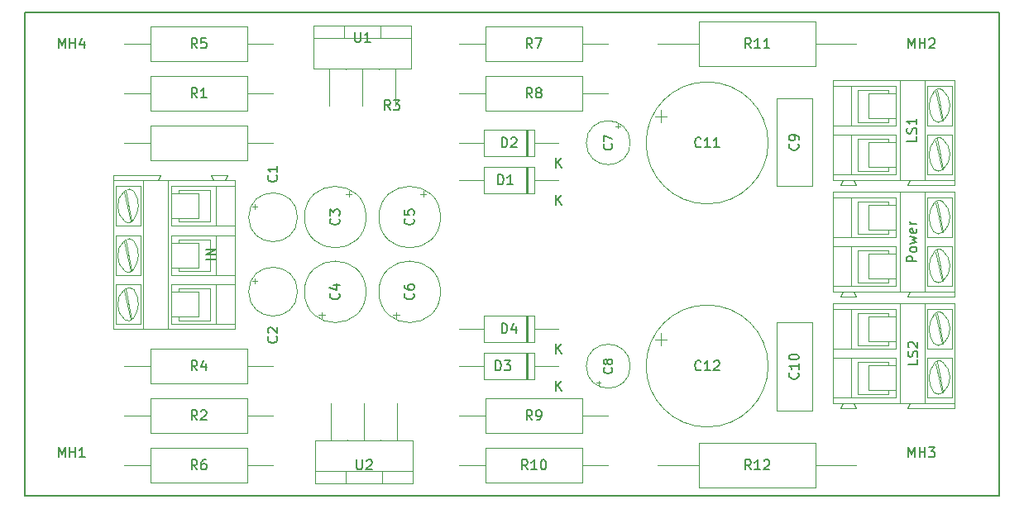
<source format=gbr>
%TF.GenerationSoftware,KiCad,Pcbnew,(5.0.0)*%
%TF.CreationDate,2018-07-24T20:25:44+02:00*%
%TF.ProjectId,tda2030StereoAmplifier,7464613230333053746572656F416D70,rev?*%
%TF.SameCoordinates,Original*%
%TF.FileFunction,Other,Fab,Top*%
%FSLAX46Y46*%
G04 Gerber Fmt 4.6, Leading zero omitted, Abs format (unit mm)*
G04 Created by KiCad (PCBNEW (5.0.0)) date 07/24/18 20:25:44*
%MOMM*%
%LPD*%
G01*
G04 APERTURE LIST*
%ADD10C,0.150000*%
%ADD11C,0.100000*%
%ADD12C,0.135000*%
G04 APERTURE END LIST*
D10*
X17780000Y-95885000D02*
X117475000Y-95885000D01*
X17780000Y-95885000D02*
X17780000Y-46355000D01*
X117475000Y-46355000D02*
X117475000Y-95885000D01*
X17780000Y-46355000D02*
X117475000Y-46355000D01*
D11*
X45660000Y-67310000D02*
G75*
G03X45660000Y-67310000I-2500000J0D01*
G01*
X41026395Y-66222500D02*
X41526395Y-66222500D01*
X41276395Y-65972500D02*
X41276395Y-66472500D01*
X45660000Y-74930000D02*
G75*
G03X45660000Y-74930000I-2500000J0D01*
G01*
X41026395Y-73842500D02*
X41526395Y-73842500D01*
X41276395Y-73592500D02*
X41276395Y-74092500D01*
X51218500Y-64911028D02*
X50588500Y-64911028D01*
X50903500Y-64596028D02*
X50903500Y-65226028D01*
X52680000Y-67290000D02*
G75*
G03X52680000Y-67290000I-3150000J0D01*
G01*
X52680000Y-74950000D02*
G75*
G03X52680000Y-74950000I-3150000J0D01*
G01*
X48156500Y-77643972D02*
X48156500Y-77013972D01*
X47841500Y-77328972D02*
X48471500Y-77328972D01*
X60300000Y-67290000D02*
G75*
G03X60300000Y-67290000I-3150000J0D01*
G01*
X58523500Y-64596028D02*
X58523500Y-65226028D01*
X58838500Y-64911028D02*
X58208500Y-64911028D01*
X49080000Y-90160000D02*
X49080000Y-86360000D01*
X50780000Y-90160000D02*
X50780000Y-90060000D01*
X52480000Y-90160000D02*
X52480000Y-86360000D01*
X54180000Y-90160000D02*
X54180000Y-90060000D01*
X55880000Y-90160000D02*
X55880000Y-86360000D01*
X50630000Y-94560000D02*
X50630000Y-93290000D01*
X54330000Y-94560000D02*
X54330000Y-93290000D01*
X57480000Y-93290000D02*
X47480000Y-93290000D01*
X47480000Y-94560000D02*
X57480000Y-94560000D01*
X47480000Y-90160000D02*
X47480000Y-94560000D01*
X57480000Y-90160000D02*
X47480000Y-90160000D01*
X57480000Y-94560000D02*
X57480000Y-90160000D01*
X47295000Y-47680000D02*
X47295000Y-52080000D01*
X47295000Y-52080000D02*
X57295000Y-52080000D01*
X57295000Y-52080000D02*
X57295000Y-47680000D01*
X57295000Y-47680000D02*
X47295000Y-47680000D01*
X47295000Y-48950000D02*
X57295000Y-48950000D01*
X50445000Y-47680000D02*
X50445000Y-48950000D01*
X54145000Y-47680000D02*
X54145000Y-48950000D01*
X48895000Y-52080000D02*
X48895000Y-55880000D01*
X50595000Y-52080000D02*
X50595000Y-52180000D01*
X52295000Y-52080000D02*
X52295000Y-55880000D01*
X53995000Y-52080000D02*
X53995000Y-52180000D01*
X55695000Y-52080000D02*
X55695000Y-55880000D01*
X40510000Y-56410000D02*
X40510000Y-52810000D01*
X40510000Y-52810000D02*
X30610000Y-52810000D01*
X30610000Y-52810000D02*
X30610000Y-56410000D01*
X30610000Y-56410000D02*
X40510000Y-56410000D01*
X43180000Y-54610000D02*
X40510000Y-54610000D01*
X27940000Y-54610000D02*
X30610000Y-54610000D01*
X104140000Y-66050000D02*
X104140000Y-68590000D01*
X104140000Y-68590000D02*
X106930000Y-68590000D01*
X106930000Y-66050000D02*
X106930000Y-68590000D01*
X104140000Y-66050000D02*
X106930000Y-66050000D01*
X104140000Y-71050000D02*
X104140000Y-73590000D01*
X104140000Y-73590000D02*
X106930000Y-73590000D01*
X106930000Y-71050000D02*
X106930000Y-73590000D01*
X104140000Y-71050000D02*
X106930000Y-71050000D01*
X112900000Y-74920000D02*
X109850000Y-74920000D01*
X112900000Y-74920000D02*
X112900000Y-64730000D01*
X112900000Y-74920000D02*
X112900000Y-75420000D01*
X112900000Y-75420000D02*
X108080000Y-75420000D01*
X108080000Y-75420000D02*
X108330000Y-74920000D01*
X101220000Y-75420000D02*
X101470000Y-74920000D01*
X101470000Y-74920000D02*
X100460000Y-74920000D01*
X102870000Y-75420000D02*
X102620000Y-74920000D01*
X102620000Y-74920000D02*
X101470000Y-74920000D01*
X102870000Y-75420000D02*
X101220000Y-75420000D01*
X100460000Y-70290000D02*
X102360000Y-70290000D01*
X106930000Y-74360000D02*
X102360000Y-74360000D01*
X100460000Y-70290000D02*
X100460000Y-74360000D01*
X100460000Y-74360000D02*
X100460000Y-74920000D01*
X100460000Y-69350000D02*
X102360000Y-69350000D01*
X100460000Y-69350000D02*
X100460000Y-70290000D01*
X106930000Y-65290000D02*
X102360000Y-65290000D01*
X100460000Y-64730000D02*
X100460000Y-65290000D01*
X100460000Y-65290000D02*
X100460000Y-69350000D01*
X102360000Y-70290000D02*
X102360000Y-74360000D01*
X102360000Y-70290000D02*
X106930000Y-70290000D01*
X102360000Y-74360000D02*
X100460000Y-74360000D01*
X102360000Y-69350000D02*
X102360000Y-65290000D01*
X102360000Y-69350000D02*
X106930000Y-69350000D01*
X102360000Y-65290000D02*
X100460000Y-65290000D01*
X103000000Y-73980000D02*
X106170000Y-73980000D01*
X103000000Y-73980000D02*
X103000000Y-70670000D01*
X103000000Y-70670000D02*
X106170000Y-70670000D01*
X103000000Y-68970000D02*
X106170000Y-68970000D01*
X103000000Y-68970000D02*
X103000000Y-65670000D01*
X103000000Y-65670000D02*
X106170000Y-65670000D01*
X106170000Y-65670000D02*
X106170000Y-66050000D01*
X106170000Y-68970000D02*
X106170000Y-68590000D01*
X106170000Y-70670000D02*
X106170000Y-71050000D01*
X106170000Y-73980000D02*
X106170000Y-73590000D01*
X100460000Y-64730000D02*
X107320000Y-64730000D01*
X107320000Y-64730000D02*
X109850000Y-64730000D01*
X108330000Y-74920000D02*
X107320000Y-74920000D01*
X107320000Y-74920000D02*
X102620000Y-74920000D01*
X109850000Y-64730000D02*
X109850000Y-74920000D01*
X109850000Y-64730000D02*
X112900000Y-64730000D01*
X109850000Y-74920000D02*
X108330000Y-74920000D01*
X110110000Y-70290000D02*
X112650000Y-70290000D01*
X112650000Y-70290000D02*
X112650000Y-74360000D01*
X112650000Y-74360000D02*
X110110000Y-74360000D01*
X110110000Y-74360000D02*
X110110000Y-70290000D01*
X110110000Y-69350000D02*
X112650000Y-69350000D01*
X110110000Y-69350000D02*
X110110000Y-65290000D01*
X110110000Y-65290000D02*
X112650000Y-65290000D01*
X112650000Y-69350000D02*
X112650000Y-65290000D01*
X111130000Y-70700000D02*
X111760000Y-73750000D01*
X111000000Y-70830000D02*
X111630000Y-73870000D01*
X111130000Y-65690000D02*
X111760000Y-68750000D01*
X111000000Y-65820000D02*
X111630000Y-68870000D01*
X106930000Y-65290000D02*
X106930000Y-65670000D01*
X106930000Y-69350000D02*
X106930000Y-68970000D01*
X106930000Y-68970000D02*
X106930000Y-65670000D01*
X107320000Y-64730000D02*
X107320000Y-65670000D01*
X107320000Y-65670000D02*
X107320000Y-68970000D01*
X107320000Y-68970000D02*
X107320000Y-70670000D01*
X107320000Y-74920000D02*
X107320000Y-73980000D01*
X107320000Y-73980000D02*
X107320000Y-70670000D01*
X106930000Y-74360000D02*
X106930000Y-73980000D01*
X106930000Y-70290000D02*
X106930000Y-70670000D01*
X106930000Y-70670000D02*
X106930000Y-73980000D01*
X110756005Y-73795532D02*
G75*
G03X111730000Y-73850000I513995J455532D01*
G01*
X110848263Y-70857667D02*
G75*
G03X110800000Y-73840000I1901737J-1522333D01*
G01*
X111741687Y-73848239D02*
G75*
G03X111680000Y-70700000I-1351687J1548239D01*
G01*
X111738699Y-70747028D02*
G75*
G03X110810000Y-70890000I-408699J-432972D01*
G01*
X110766004Y-68795620D02*
G75*
G03X111730000Y-68840000I503996J455620D01*
G01*
X110838582Y-65850171D02*
G75*
G03X110800000Y-68840000I1911418J-1519829D01*
G01*
X111751534Y-68849976D02*
G75*
G03X111680000Y-65690000I-1361534J1549976D01*
G01*
X111738699Y-65747028D02*
G75*
G03X110810000Y-65890000I-408699J-432972D01*
G01*
X55461500Y-77328972D02*
X56091500Y-77328972D01*
X55776500Y-77643972D02*
X55776500Y-77013972D01*
X60300000Y-74950000D02*
G75*
G03X60300000Y-74950000I-3150000J0D01*
G01*
X78672500Y-57976920D02*
X78222500Y-57976920D01*
X78447500Y-57751920D02*
X78447500Y-58201920D01*
X79720000Y-59670000D02*
G75*
G03X79720000Y-59670000I-2250000J0D01*
G01*
X79720000Y-82570000D02*
G75*
G03X79720000Y-82570000I-2250000J0D01*
G01*
X76492500Y-84488080D02*
X76492500Y-84038080D01*
X76267500Y-84263080D02*
X76717500Y-84263080D01*
X98320000Y-55130000D02*
X94720000Y-55130000D01*
X94720000Y-55130000D02*
X94720000Y-64130000D01*
X94720000Y-64130000D02*
X98320000Y-64130000D01*
X98320000Y-64130000D02*
X98320000Y-55130000D01*
X94720000Y-78110000D02*
X94720000Y-87110000D01*
X98320000Y-78110000D02*
X94720000Y-78110000D01*
X98320000Y-87110000D02*
X98320000Y-78110000D01*
X94720000Y-87110000D02*
X98320000Y-87110000D01*
X82848511Y-56327500D02*
X82848511Y-57577500D01*
X82223511Y-56952500D02*
X83473511Y-56952500D01*
X93840000Y-59690000D02*
G75*
G03X93840000Y-59690000I-6250000J0D01*
G01*
X93840000Y-82550000D02*
G75*
G03X93840000Y-82550000I-6250000J0D01*
G01*
X82223511Y-79812500D02*
X83473511Y-79812500D01*
X82848511Y-79187500D02*
X82848511Y-80437500D01*
X69230000Y-64850000D02*
X69230000Y-62150000D01*
X69030000Y-64850000D02*
X69030000Y-62150000D01*
X69130000Y-64850000D02*
X69130000Y-62150000D01*
X62230000Y-63500000D02*
X64710000Y-63500000D01*
X72390000Y-63500000D02*
X69910000Y-63500000D01*
X64710000Y-64850000D02*
X69910000Y-64850000D01*
X64710000Y-62150000D02*
X64710000Y-64850000D01*
X69910000Y-62150000D02*
X64710000Y-62150000D01*
X69910000Y-64850000D02*
X69910000Y-62150000D01*
X69910000Y-61040000D02*
X69910000Y-58340000D01*
X69910000Y-58340000D02*
X64710000Y-58340000D01*
X64710000Y-58340000D02*
X64710000Y-61040000D01*
X64710000Y-61040000D02*
X69910000Y-61040000D01*
X72390000Y-59690000D02*
X69910000Y-59690000D01*
X62230000Y-59690000D02*
X64710000Y-59690000D01*
X69130000Y-61040000D02*
X69130000Y-58340000D01*
X69030000Y-61040000D02*
X69030000Y-58340000D01*
X69230000Y-61040000D02*
X69230000Y-58340000D01*
X69230000Y-83900000D02*
X69230000Y-81200000D01*
X69030000Y-83900000D02*
X69030000Y-81200000D01*
X69130000Y-83900000D02*
X69130000Y-81200000D01*
X62230000Y-82550000D02*
X64710000Y-82550000D01*
X72390000Y-82550000D02*
X69910000Y-82550000D01*
X64710000Y-83900000D02*
X69910000Y-83900000D01*
X64710000Y-81200000D02*
X64710000Y-83900000D01*
X69910000Y-81200000D02*
X64710000Y-81200000D01*
X69910000Y-83900000D02*
X69910000Y-81200000D01*
X69910000Y-80090000D02*
X69910000Y-77390000D01*
X69910000Y-77390000D02*
X64710000Y-77390000D01*
X64710000Y-77390000D02*
X64710000Y-80090000D01*
X64710000Y-80090000D02*
X69910000Y-80090000D01*
X72390000Y-78740000D02*
X69910000Y-78740000D01*
X62230000Y-78740000D02*
X64710000Y-78740000D01*
X69130000Y-80090000D02*
X69130000Y-77390000D01*
X69030000Y-80090000D02*
X69030000Y-77390000D01*
X69230000Y-80090000D02*
X69230000Y-77390000D01*
X27960995Y-77795426D02*
G75*
G03X28880000Y-77640000I399005J435426D01*
G01*
X27948313Y-74691761D02*
G75*
G03X28010000Y-77840000I1351687J-1548239D01*
G01*
X28841737Y-77682333D02*
G75*
G03X28890000Y-74700000I-1901737J1522333D01*
G01*
X28933995Y-74744468D02*
G75*
G03X27960000Y-74690000I-513995J-455532D01*
G01*
X27951301Y-72782972D02*
G75*
G03X28880000Y-72640000I408699J432972D01*
G01*
X27948313Y-69691761D02*
G75*
G03X28010000Y-72840000I1351687J-1548239D01*
G01*
X28841737Y-72682333D02*
G75*
G03X28890000Y-69700000I-1901737J1522333D01*
G01*
X28923996Y-69734380D02*
G75*
G03X27960000Y-69690000I-503996J-455620D01*
G01*
X28923996Y-64654380D02*
G75*
G03X27960000Y-64610000I-503996J-455620D01*
G01*
X28841737Y-67602333D02*
G75*
G03X28890000Y-64620000I-1901737J1522333D01*
G01*
X27948313Y-64611761D02*
G75*
G03X28010000Y-67760000I1351687J-1548239D01*
G01*
X27951301Y-67702972D02*
G75*
G03X28880000Y-67560000I408699J432972D01*
G01*
X32760000Y-72860000D02*
X32760000Y-69560000D01*
X32760000Y-73240000D02*
X32760000Y-72860000D01*
X32760000Y-69180000D02*
X32760000Y-69560000D01*
X32760000Y-74560000D02*
X32760000Y-77870000D01*
X32760000Y-74180000D02*
X32760000Y-74560000D01*
X32760000Y-78250000D02*
X32760000Y-77870000D01*
X28690000Y-77710000D02*
X28060000Y-74670000D01*
X28560000Y-77840000D02*
X27930000Y-74790000D01*
X28690000Y-72710000D02*
X28060000Y-69660000D01*
X28560000Y-72840000D02*
X27930000Y-69790000D01*
X27040000Y-74180000D02*
X27040000Y-78250000D01*
X29580000Y-78250000D02*
X27040000Y-78250000D01*
X29580000Y-74180000D02*
X29580000Y-78250000D01*
X29580000Y-74180000D02*
X27040000Y-74180000D01*
X29580000Y-69180000D02*
X29580000Y-73240000D01*
X27040000Y-69180000D02*
X29580000Y-69180000D01*
X27040000Y-73240000D02*
X27040000Y-69180000D01*
X29580000Y-73240000D02*
X27040000Y-73240000D01*
X29830000Y-78780000D02*
X26790000Y-78780000D01*
X29830000Y-78780000D02*
X29830000Y-68620000D01*
X32370000Y-78780000D02*
X29830000Y-78780000D01*
X39230000Y-78780000D02*
X32370000Y-78780000D01*
X33520000Y-69560000D02*
X33520000Y-69940000D01*
X33520000Y-72860000D02*
X33520000Y-72480000D01*
X33520000Y-74560000D02*
X33520000Y-74940000D01*
X33520000Y-77870000D02*
X33520000Y-77480000D01*
X36690000Y-77870000D02*
X33520000Y-77870000D01*
X36690000Y-74560000D02*
X36690000Y-77870000D01*
X36690000Y-74560000D02*
X33520000Y-74560000D01*
X36690000Y-72860000D02*
X33520000Y-72860000D01*
X36690000Y-69560000D02*
X36690000Y-72860000D01*
X36690000Y-69560000D02*
X33520000Y-69560000D01*
X37330000Y-78250000D02*
X39230000Y-78250000D01*
X37330000Y-74180000D02*
X32760000Y-74180000D01*
X37330000Y-74180000D02*
X37330000Y-78250000D01*
X37330000Y-69180000D02*
X39230000Y-69180000D01*
X37330000Y-73240000D02*
X32760000Y-73240000D01*
X37330000Y-73240000D02*
X37330000Y-69180000D01*
X39230000Y-78250000D02*
X39230000Y-74180000D01*
X39230000Y-78780000D02*
X39230000Y-78250000D01*
X32760000Y-78250000D02*
X37330000Y-78250000D01*
X39230000Y-74180000D02*
X39230000Y-73240000D01*
X39230000Y-74180000D02*
X37330000Y-74180000D01*
X39230000Y-69180000D02*
X39230000Y-68620000D01*
X39230000Y-73240000D02*
X39230000Y-69180000D01*
X32760000Y-69180000D02*
X37330000Y-69180000D01*
X39230000Y-73240000D02*
X37330000Y-73240000D01*
X37070000Y-68180000D02*
X38220000Y-68180000D01*
X38220000Y-68180000D02*
X39230000Y-68180000D01*
X35550000Y-72480000D02*
X32760000Y-72480000D01*
X32760000Y-72480000D02*
X32760000Y-69940000D01*
X35550000Y-69940000D02*
X32760000Y-69940000D01*
X35550000Y-72480000D02*
X35550000Y-69940000D01*
X35550000Y-77480000D02*
X32760000Y-77480000D01*
X32760000Y-77480000D02*
X32760000Y-74940000D01*
X35550000Y-74940000D02*
X32760000Y-74940000D01*
X35550000Y-77480000D02*
X35550000Y-74940000D01*
X35550000Y-67400000D02*
X35550000Y-64860000D01*
X35550000Y-64860000D02*
X32760000Y-64860000D01*
X32760000Y-67400000D02*
X32760000Y-64860000D01*
X35550000Y-67400000D02*
X32760000Y-67400000D01*
X26790000Y-63540000D02*
X29830000Y-63540000D01*
X26790000Y-63540000D02*
X26790000Y-63030000D01*
X26790000Y-63030000D02*
X31610000Y-63030000D01*
X31610000Y-63030000D02*
X31360000Y-63540000D01*
X38470000Y-63030000D02*
X38220000Y-63540000D01*
X38220000Y-63540000D02*
X39230000Y-63540000D01*
X36820000Y-63030000D02*
X37070000Y-63540000D01*
X37070000Y-63540000D02*
X38220000Y-63540000D01*
X36820000Y-63030000D02*
X38470000Y-63030000D01*
X39230000Y-68160000D02*
X37330000Y-68160000D01*
X32760000Y-64100000D02*
X37330000Y-64100000D01*
X39230000Y-64100000D02*
X39230000Y-63540000D01*
X37330000Y-68160000D02*
X37330000Y-64100000D01*
X37330000Y-64100000D02*
X39230000Y-64100000D01*
X36690000Y-64480000D02*
X33520000Y-64480000D01*
X36690000Y-64480000D02*
X36690000Y-67780000D01*
X36690000Y-67780000D02*
X33520000Y-67780000D01*
X33520000Y-67780000D02*
X33520000Y-67400000D01*
X33520000Y-64480000D02*
X33520000Y-64860000D01*
X31360000Y-63540000D02*
X32370000Y-63540000D01*
X32370000Y-63540000D02*
X37070000Y-63540000D01*
X29830000Y-63540000D02*
X31360000Y-63540000D01*
X29580000Y-68160000D02*
X27040000Y-68160000D01*
X27040000Y-68160000D02*
X27040000Y-64100000D01*
X27040000Y-64100000D02*
X29580000Y-64100000D01*
X29580000Y-64100000D02*
X29580000Y-68160000D01*
X28560000Y-67760000D02*
X27930000Y-64710000D01*
X28690000Y-67630000D02*
X28060000Y-64580000D01*
X32760000Y-64100000D02*
X32760000Y-64480000D01*
X32760000Y-68160000D02*
X32760000Y-67780000D01*
X32760000Y-67780000D02*
X32760000Y-64480000D01*
X26790000Y-78780000D02*
X26790000Y-63540000D01*
X29830000Y-68620000D02*
X29830000Y-63600000D01*
X39230000Y-64110000D02*
X39230000Y-68620000D01*
X37010000Y-68180000D02*
X32760000Y-68180000D01*
X32370000Y-63540000D02*
X32370000Y-78720000D01*
X111738699Y-54317028D02*
G75*
G03X110810000Y-54460000I-408699J-432972D01*
G01*
X111751534Y-57419976D02*
G75*
G03X111680000Y-54260000I-1361534J1549976D01*
G01*
X110838582Y-54420171D02*
G75*
G03X110800000Y-57410000I1911418J-1519829D01*
G01*
X110766004Y-57365620D02*
G75*
G03X111730000Y-57410000I503996J455620D01*
G01*
X111738699Y-59317028D02*
G75*
G03X110810000Y-59460000I-408699J-432972D01*
G01*
X111741687Y-62418239D02*
G75*
G03X111680000Y-59270000I-1351687J1548239D01*
G01*
X110848263Y-59427667D02*
G75*
G03X110800000Y-62410000I1901737J-1522333D01*
G01*
X110756005Y-62365532D02*
G75*
G03X111730000Y-62420000I513995J455532D01*
G01*
X106930000Y-59240000D02*
X106930000Y-62550000D01*
X106930000Y-58860000D02*
X106930000Y-59240000D01*
X106930000Y-62930000D02*
X106930000Y-62550000D01*
X107320000Y-62550000D02*
X107320000Y-59240000D01*
X107320000Y-63490000D02*
X107320000Y-62550000D01*
X107320000Y-57540000D02*
X107320000Y-59240000D01*
X107320000Y-54240000D02*
X107320000Y-57540000D01*
X107320000Y-53300000D02*
X107320000Y-54240000D01*
X106930000Y-57540000D02*
X106930000Y-54240000D01*
X106930000Y-57920000D02*
X106930000Y-57540000D01*
X106930000Y-53860000D02*
X106930000Y-54240000D01*
X111000000Y-54390000D02*
X111630000Y-57440000D01*
X111130000Y-54260000D02*
X111760000Y-57320000D01*
X111000000Y-59400000D02*
X111630000Y-62440000D01*
X111130000Y-59270000D02*
X111760000Y-62320000D01*
X112650000Y-57920000D02*
X112650000Y-53860000D01*
X110110000Y-53860000D02*
X112650000Y-53860000D01*
X110110000Y-57920000D02*
X110110000Y-53860000D01*
X110110000Y-57920000D02*
X112650000Y-57920000D01*
X110110000Y-62930000D02*
X110110000Y-58860000D01*
X112650000Y-62930000D02*
X110110000Y-62930000D01*
X112650000Y-58860000D02*
X112650000Y-62930000D01*
X110110000Y-58860000D02*
X112650000Y-58860000D01*
X109850000Y-63490000D02*
X108330000Y-63490000D01*
X109850000Y-53300000D02*
X112900000Y-53300000D01*
X109850000Y-53300000D02*
X109850000Y-63490000D01*
X107320000Y-63490000D02*
X102620000Y-63490000D01*
X108330000Y-63490000D02*
X107320000Y-63490000D01*
X107320000Y-53300000D02*
X109850000Y-53300000D01*
X100460000Y-53300000D02*
X107320000Y-53300000D01*
X106170000Y-62550000D02*
X106170000Y-62160000D01*
X106170000Y-59240000D02*
X106170000Y-59620000D01*
X106170000Y-57540000D02*
X106170000Y-57160000D01*
X106170000Y-54240000D02*
X106170000Y-54620000D01*
X103000000Y-54240000D02*
X106170000Y-54240000D01*
X103000000Y-57540000D02*
X103000000Y-54240000D01*
X103000000Y-57540000D02*
X106170000Y-57540000D01*
X103000000Y-59240000D02*
X106170000Y-59240000D01*
X103000000Y-62550000D02*
X103000000Y-59240000D01*
X103000000Y-62550000D02*
X106170000Y-62550000D01*
X102360000Y-53860000D02*
X100460000Y-53860000D01*
X102360000Y-57920000D02*
X106930000Y-57920000D01*
X102360000Y-57920000D02*
X102360000Y-53860000D01*
X102360000Y-62930000D02*
X100460000Y-62930000D01*
X102360000Y-58860000D02*
X106930000Y-58860000D01*
X102360000Y-58860000D02*
X102360000Y-62930000D01*
X100460000Y-53860000D02*
X100460000Y-57920000D01*
X100460000Y-53300000D02*
X100460000Y-53860000D01*
X106930000Y-53860000D02*
X102360000Y-53860000D01*
X100460000Y-57920000D02*
X100460000Y-58860000D01*
X100460000Y-57920000D02*
X102360000Y-57920000D01*
X100460000Y-62930000D02*
X100460000Y-63490000D01*
X100460000Y-58860000D02*
X100460000Y-62930000D01*
X106930000Y-62930000D02*
X102360000Y-62930000D01*
X100460000Y-58860000D02*
X102360000Y-58860000D01*
X102870000Y-63990000D02*
X101220000Y-63990000D01*
X102620000Y-63490000D02*
X101470000Y-63490000D01*
X102870000Y-63990000D02*
X102620000Y-63490000D01*
X101470000Y-63490000D02*
X100460000Y-63490000D01*
X101220000Y-63990000D02*
X101470000Y-63490000D01*
X108080000Y-63990000D02*
X108330000Y-63490000D01*
X112900000Y-63990000D02*
X108080000Y-63990000D01*
X112900000Y-63490000D02*
X112900000Y-63990000D01*
X112900000Y-63490000D02*
X112900000Y-53300000D01*
X112900000Y-63490000D02*
X109850000Y-63490000D01*
X104140000Y-59620000D02*
X106930000Y-59620000D01*
X106930000Y-59620000D02*
X106930000Y-62160000D01*
X104140000Y-62160000D02*
X106930000Y-62160000D01*
X104140000Y-59620000D02*
X104140000Y-62160000D01*
X104140000Y-54620000D02*
X106930000Y-54620000D01*
X106930000Y-54620000D02*
X106930000Y-57160000D01*
X104140000Y-57160000D02*
X106930000Y-57160000D01*
X104140000Y-54620000D02*
X104140000Y-57160000D01*
X104140000Y-77480000D02*
X104140000Y-80020000D01*
X104140000Y-80020000D02*
X106930000Y-80020000D01*
X106930000Y-77480000D02*
X106930000Y-80020000D01*
X104140000Y-77480000D02*
X106930000Y-77480000D01*
X104140000Y-82480000D02*
X104140000Y-85020000D01*
X104140000Y-85020000D02*
X106930000Y-85020000D01*
X106930000Y-82480000D02*
X106930000Y-85020000D01*
X104140000Y-82480000D02*
X106930000Y-82480000D01*
X112900000Y-86350000D02*
X109850000Y-86350000D01*
X112900000Y-86350000D02*
X112900000Y-76160000D01*
X112900000Y-86350000D02*
X112900000Y-86850000D01*
X112900000Y-86850000D02*
X108080000Y-86850000D01*
X108080000Y-86850000D02*
X108330000Y-86350000D01*
X101220000Y-86850000D02*
X101470000Y-86350000D01*
X101470000Y-86350000D02*
X100460000Y-86350000D01*
X102870000Y-86850000D02*
X102620000Y-86350000D01*
X102620000Y-86350000D02*
X101470000Y-86350000D01*
X102870000Y-86850000D02*
X101220000Y-86850000D01*
X100460000Y-81720000D02*
X102360000Y-81720000D01*
X106930000Y-85790000D02*
X102360000Y-85790000D01*
X100460000Y-81720000D02*
X100460000Y-85790000D01*
X100460000Y-85790000D02*
X100460000Y-86350000D01*
X100460000Y-80780000D02*
X102360000Y-80780000D01*
X100460000Y-80780000D02*
X100460000Y-81720000D01*
X106930000Y-76720000D02*
X102360000Y-76720000D01*
X100460000Y-76160000D02*
X100460000Y-76720000D01*
X100460000Y-76720000D02*
X100460000Y-80780000D01*
X102360000Y-81720000D02*
X102360000Y-85790000D01*
X102360000Y-81720000D02*
X106930000Y-81720000D01*
X102360000Y-85790000D02*
X100460000Y-85790000D01*
X102360000Y-80780000D02*
X102360000Y-76720000D01*
X102360000Y-80780000D02*
X106930000Y-80780000D01*
X102360000Y-76720000D02*
X100460000Y-76720000D01*
X103000000Y-85410000D02*
X106170000Y-85410000D01*
X103000000Y-85410000D02*
X103000000Y-82100000D01*
X103000000Y-82100000D02*
X106170000Y-82100000D01*
X103000000Y-80400000D02*
X106170000Y-80400000D01*
X103000000Y-80400000D02*
X103000000Y-77100000D01*
X103000000Y-77100000D02*
X106170000Y-77100000D01*
X106170000Y-77100000D02*
X106170000Y-77480000D01*
X106170000Y-80400000D02*
X106170000Y-80020000D01*
X106170000Y-82100000D02*
X106170000Y-82480000D01*
X106170000Y-85410000D02*
X106170000Y-85020000D01*
X100460000Y-76160000D02*
X107320000Y-76160000D01*
X107320000Y-76160000D02*
X109850000Y-76160000D01*
X108330000Y-86350000D02*
X107320000Y-86350000D01*
X107320000Y-86350000D02*
X102620000Y-86350000D01*
X109850000Y-76160000D02*
X109850000Y-86350000D01*
X109850000Y-76160000D02*
X112900000Y-76160000D01*
X109850000Y-86350000D02*
X108330000Y-86350000D01*
X110110000Y-81720000D02*
X112650000Y-81720000D01*
X112650000Y-81720000D02*
X112650000Y-85790000D01*
X112650000Y-85790000D02*
X110110000Y-85790000D01*
X110110000Y-85790000D02*
X110110000Y-81720000D01*
X110110000Y-80780000D02*
X112650000Y-80780000D01*
X110110000Y-80780000D02*
X110110000Y-76720000D01*
X110110000Y-76720000D02*
X112650000Y-76720000D01*
X112650000Y-80780000D02*
X112650000Y-76720000D01*
X111130000Y-82130000D02*
X111760000Y-85180000D01*
X111000000Y-82260000D02*
X111630000Y-85300000D01*
X111130000Y-77120000D02*
X111760000Y-80180000D01*
X111000000Y-77250000D02*
X111630000Y-80300000D01*
X106930000Y-76720000D02*
X106930000Y-77100000D01*
X106930000Y-80780000D02*
X106930000Y-80400000D01*
X106930000Y-80400000D02*
X106930000Y-77100000D01*
X107320000Y-76160000D02*
X107320000Y-77100000D01*
X107320000Y-77100000D02*
X107320000Y-80400000D01*
X107320000Y-80400000D02*
X107320000Y-82100000D01*
X107320000Y-86350000D02*
X107320000Y-85410000D01*
X107320000Y-85410000D02*
X107320000Y-82100000D01*
X106930000Y-85790000D02*
X106930000Y-85410000D01*
X106930000Y-81720000D02*
X106930000Y-82100000D01*
X106930000Y-82100000D02*
X106930000Y-85410000D01*
X110756005Y-85225532D02*
G75*
G03X111730000Y-85280000I513995J455532D01*
G01*
X110848263Y-82287667D02*
G75*
G03X110800000Y-85270000I1901737J-1522333D01*
G01*
X111741687Y-85278239D02*
G75*
G03X111680000Y-82130000I-1351687J1548239D01*
G01*
X111738699Y-82177028D02*
G75*
G03X110810000Y-82320000I-408699J-432972D01*
G01*
X110766004Y-80225620D02*
G75*
G03X111730000Y-80270000I503996J455620D01*
G01*
X110838582Y-77280171D02*
G75*
G03X110800000Y-80270000I1911418J-1519829D01*
G01*
X111751534Y-80279976D02*
G75*
G03X111680000Y-77120000I-1361534J1549976D01*
G01*
X111738699Y-77177028D02*
G75*
G03X110810000Y-77320000I-408699J-432972D01*
G01*
X27940000Y-87630000D02*
X30610000Y-87630000D01*
X43180000Y-87630000D02*
X40510000Y-87630000D01*
X30610000Y-89430000D02*
X40510000Y-89430000D01*
X30610000Y-85830000D02*
X30610000Y-89430000D01*
X40510000Y-85830000D02*
X30610000Y-85830000D01*
X40510000Y-89430000D02*
X40510000Y-85830000D01*
X27940000Y-59690000D02*
X30610000Y-59690000D01*
X43180000Y-59690000D02*
X40510000Y-59690000D01*
X30610000Y-61490000D02*
X40510000Y-61490000D01*
X30610000Y-57890000D02*
X30610000Y-61490000D01*
X40510000Y-57890000D02*
X30610000Y-57890000D01*
X40510000Y-61490000D02*
X40510000Y-57890000D01*
X40510000Y-84350000D02*
X40510000Y-80750000D01*
X40510000Y-80750000D02*
X30610000Y-80750000D01*
X30610000Y-80750000D02*
X30610000Y-84350000D01*
X30610000Y-84350000D02*
X40510000Y-84350000D01*
X43180000Y-82550000D02*
X40510000Y-82550000D01*
X27940000Y-82550000D02*
X30610000Y-82550000D01*
X40510000Y-51330000D02*
X40510000Y-47730000D01*
X40510000Y-47730000D02*
X30610000Y-47730000D01*
X30610000Y-47730000D02*
X30610000Y-51330000D01*
X30610000Y-51330000D02*
X40510000Y-51330000D01*
X43180000Y-49530000D02*
X40510000Y-49530000D01*
X27940000Y-49530000D02*
X30610000Y-49530000D01*
X27940000Y-92710000D02*
X30610000Y-92710000D01*
X43180000Y-92710000D02*
X40510000Y-92710000D01*
X30610000Y-94510000D02*
X40510000Y-94510000D01*
X30610000Y-90910000D02*
X30610000Y-94510000D01*
X40510000Y-90910000D02*
X30610000Y-90910000D01*
X40510000Y-94510000D02*
X40510000Y-90910000D01*
X62230000Y-49530000D02*
X64900000Y-49530000D01*
X77470000Y-49530000D02*
X74800000Y-49530000D01*
X64900000Y-51330000D02*
X74800000Y-51330000D01*
X64900000Y-47730000D02*
X64900000Y-51330000D01*
X74800000Y-47730000D02*
X64900000Y-47730000D01*
X74800000Y-51330000D02*
X74800000Y-47730000D01*
X64900000Y-52810000D02*
X64900000Y-56410000D01*
X64900000Y-56410000D02*
X74800000Y-56410000D01*
X74800000Y-56410000D02*
X74800000Y-52810000D01*
X74800000Y-52810000D02*
X64900000Y-52810000D01*
X62230000Y-54610000D02*
X64900000Y-54610000D01*
X77470000Y-54610000D02*
X74800000Y-54610000D01*
X64900000Y-85830000D02*
X64900000Y-89430000D01*
X64900000Y-89430000D02*
X74800000Y-89430000D01*
X74800000Y-89430000D02*
X74800000Y-85830000D01*
X74800000Y-85830000D02*
X64900000Y-85830000D01*
X62230000Y-87630000D02*
X64900000Y-87630000D01*
X77470000Y-87630000D02*
X74800000Y-87630000D01*
X62230000Y-92710000D02*
X64900000Y-92710000D01*
X77470000Y-92710000D02*
X74800000Y-92710000D01*
X64900000Y-94510000D02*
X74800000Y-94510000D01*
X64900000Y-90910000D02*
X64900000Y-94510000D01*
X74800000Y-90910000D02*
X64900000Y-90910000D01*
X74800000Y-94510000D02*
X74800000Y-90910000D01*
X102870000Y-49530000D02*
X98660000Y-49530000D01*
X82550000Y-49530000D02*
X86760000Y-49530000D01*
X98660000Y-47280000D02*
X86760000Y-47280000D01*
X98660000Y-51780000D02*
X98660000Y-47280000D01*
X86760000Y-51780000D02*
X98660000Y-51780000D01*
X86760000Y-47280000D02*
X86760000Y-51780000D01*
X86760000Y-90460000D02*
X86760000Y-94960000D01*
X86760000Y-94960000D02*
X98660000Y-94960000D01*
X98660000Y-94960000D02*
X98660000Y-90460000D01*
X98660000Y-90460000D02*
X86760000Y-90460000D01*
X82550000Y-92710000D02*
X86760000Y-92710000D01*
X102870000Y-92710000D02*
X98660000Y-92710000D01*
D10*
X21191666Y-91892380D02*
X21191666Y-90892380D01*
X21525000Y-91606666D01*
X21858333Y-90892380D01*
X21858333Y-91892380D01*
X22334523Y-91892380D02*
X22334523Y-90892380D01*
X22334523Y-91368571D02*
X22905952Y-91368571D01*
X22905952Y-91892380D02*
X22905952Y-90892380D01*
X23905952Y-91892380D02*
X23334523Y-91892380D01*
X23620238Y-91892380D02*
X23620238Y-90892380D01*
X23525000Y-91035238D01*
X23429761Y-91130476D01*
X23334523Y-91178095D01*
X21191666Y-49982380D02*
X21191666Y-48982380D01*
X21525000Y-49696666D01*
X21858333Y-48982380D01*
X21858333Y-49982380D01*
X22334523Y-49982380D02*
X22334523Y-48982380D01*
X22334523Y-49458571D02*
X22905952Y-49458571D01*
X22905952Y-49982380D02*
X22905952Y-48982380D01*
X23810714Y-49315714D02*
X23810714Y-49982380D01*
X23572619Y-48934761D02*
X23334523Y-49649047D01*
X23953571Y-49649047D01*
X108186666Y-49982380D02*
X108186666Y-48982380D01*
X108520000Y-49696666D01*
X108853333Y-48982380D01*
X108853333Y-49982380D01*
X109329523Y-49982380D02*
X109329523Y-48982380D01*
X109329523Y-49458571D02*
X109900952Y-49458571D01*
X109900952Y-49982380D02*
X109900952Y-48982380D01*
X110329523Y-49077619D02*
X110377142Y-49030000D01*
X110472380Y-48982380D01*
X110710476Y-48982380D01*
X110805714Y-49030000D01*
X110853333Y-49077619D01*
X110900952Y-49172857D01*
X110900952Y-49268095D01*
X110853333Y-49410952D01*
X110281904Y-49982380D01*
X110900952Y-49982380D01*
X108186666Y-91892380D02*
X108186666Y-90892380D01*
X108520000Y-91606666D01*
X108853333Y-90892380D01*
X108853333Y-91892380D01*
X109329523Y-91892380D02*
X109329523Y-90892380D01*
X109329523Y-91368571D02*
X109900952Y-91368571D01*
X109900952Y-91892380D02*
X109900952Y-90892380D01*
X110281904Y-90892380D02*
X110900952Y-90892380D01*
X110567619Y-91273333D01*
X110710476Y-91273333D01*
X110805714Y-91320952D01*
X110853333Y-91368571D01*
X110900952Y-91463809D01*
X110900952Y-91701904D01*
X110853333Y-91797142D01*
X110805714Y-91844761D01*
X110710476Y-91892380D01*
X110424761Y-91892380D01*
X110329523Y-91844761D01*
X110281904Y-91797142D01*
X43517142Y-63031666D02*
X43564761Y-63079285D01*
X43612380Y-63222142D01*
X43612380Y-63317380D01*
X43564761Y-63460238D01*
X43469523Y-63555476D01*
X43374285Y-63603095D01*
X43183809Y-63650714D01*
X43040952Y-63650714D01*
X42850476Y-63603095D01*
X42755238Y-63555476D01*
X42660000Y-63460238D01*
X42612380Y-63317380D01*
X42612380Y-63222142D01*
X42660000Y-63079285D01*
X42707619Y-63031666D01*
X43612380Y-62079285D02*
X43612380Y-62650714D01*
X43612380Y-62365000D02*
X42612380Y-62365000D01*
X42755238Y-62460238D01*
X42850476Y-62555476D01*
X42898095Y-62650714D01*
X43517142Y-79541666D02*
X43564761Y-79589285D01*
X43612380Y-79732142D01*
X43612380Y-79827380D01*
X43564761Y-79970238D01*
X43469523Y-80065476D01*
X43374285Y-80113095D01*
X43183809Y-80160714D01*
X43040952Y-80160714D01*
X42850476Y-80113095D01*
X42755238Y-80065476D01*
X42660000Y-79970238D01*
X42612380Y-79827380D01*
X42612380Y-79732142D01*
X42660000Y-79589285D01*
X42707619Y-79541666D01*
X42707619Y-79160714D02*
X42660000Y-79113095D01*
X42612380Y-79017857D01*
X42612380Y-78779761D01*
X42660000Y-78684523D01*
X42707619Y-78636904D01*
X42802857Y-78589285D01*
X42898095Y-78589285D01*
X43040952Y-78636904D01*
X43612380Y-79208333D01*
X43612380Y-78589285D01*
X49887142Y-67456666D02*
X49934761Y-67504285D01*
X49982380Y-67647142D01*
X49982380Y-67742380D01*
X49934761Y-67885238D01*
X49839523Y-67980476D01*
X49744285Y-68028095D01*
X49553809Y-68075714D01*
X49410952Y-68075714D01*
X49220476Y-68028095D01*
X49125238Y-67980476D01*
X49030000Y-67885238D01*
X48982380Y-67742380D01*
X48982380Y-67647142D01*
X49030000Y-67504285D01*
X49077619Y-67456666D01*
X48982380Y-67123333D02*
X48982380Y-66504285D01*
X49363333Y-66837619D01*
X49363333Y-66694761D01*
X49410952Y-66599523D01*
X49458571Y-66551904D01*
X49553809Y-66504285D01*
X49791904Y-66504285D01*
X49887142Y-66551904D01*
X49934761Y-66599523D01*
X49982380Y-66694761D01*
X49982380Y-66980476D01*
X49934761Y-67075714D01*
X49887142Y-67123333D01*
X49887142Y-75116666D02*
X49934761Y-75164285D01*
X49982380Y-75307142D01*
X49982380Y-75402380D01*
X49934761Y-75545238D01*
X49839523Y-75640476D01*
X49744285Y-75688095D01*
X49553809Y-75735714D01*
X49410952Y-75735714D01*
X49220476Y-75688095D01*
X49125238Y-75640476D01*
X49030000Y-75545238D01*
X48982380Y-75402380D01*
X48982380Y-75307142D01*
X49030000Y-75164285D01*
X49077619Y-75116666D01*
X49315714Y-74259523D02*
X49982380Y-74259523D01*
X48934761Y-74497619D02*
X49649047Y-74735714D01*
X49649047Y-74116666D01*
X57507142Y-67456666D02*
X57554761Y-67504285D01*
X57602380Y-67647142D01*
X57602380Y-67742380D01*
X57554761Y-67885238D01*
X57459523Y-67980476D01*
X57364285Y-68028095D01*
X57173809Y-68075714D01*
X57030952Y-68075714D01*
X56840476Y-68028095D01*
X56745238Y-67980476D01*
X56650000Y-67885238D01*
X56602380Y-67742380D01*
X56602380Y-67647142D01*
X56650000Y-67504285D01*
X56697619Y-67456666D01*
X56602380Y-66551904D02*
X56602380Y-67028095D01*
X57078571Y-67075714D01*
X57030952Y-67028095D01*
X56983333Y-66932857D01*
X56983333Y-66694761D01*
X57030952Y-66599523D01*
X57078571Y-66551904D01*
X57173809Y-66504285D01*
X57411904Y-66504285D01*
X57507142Y-66551904D01*
X57554761Y-66599523D01*
X57602380Y-66694761D01*
X57602380Y-66932857D01*
X57554761Y-67028095D01*
X57507142Y-67075714D01*
X51718095Y-92162380D02*
X51718095Y-92971904D01*
X51765714Y-93067142D01*
X51813333Y-93114761D01*
X51908571Y-93162380D01*
X52099047Y-93162380D01*
X52194285Y-93114761D01*
X52241904Y-93067142D01*
X52289523Y-92971904D01*
X52289523Y-92162380D01*
X52718095Y-92257619D02*
X52765714Y-92210000D01*
X52860952Y-92162380D01*
X53099047Y-92162380D01*
X53194285Y-92210000D01*
X53241904Y-92257619D01*
X53289523Y-92352857D01*
X53289523Y-92448095D01*
X53241904Y-92590952D01*
X52670476Y-93162380D01*
X53289523Y-93162380D01*
X51533095Y-48347380D02*
X51533095Y-49156904D01*
X51580714Y-49252142D01*
X51628333Y-49299761D01*
X51723571Y-49347380D01*
X51914047Y-49347380D01*
X52009285Y-49299761D01*
X52056904Y-49252142D01*
X52104523Y-49156904D01*
X52104523Y-48347380D01*
X53104523Y-49347380D02*
X52533095Y-49347380D01*
X52818809Y-49347380D02*
X52818809Y-48347380D01*
X52723571Y-48490238D01*
X52628333Y-48585476D01*
X52533095Y-48633095D01*
X35393333Y-55062380D02*
X35060000Y-54586190D01*
X34821904Y-55062380D02*
X34821904Y-54062380D01*
X35202857Y-54062380D01*
X35298095Y-54110000D01*
X35345714Y-54157619D01*
X35393333Y-54252857D01*
X35393333Y-54395714D01*
X35345714Y-54490952D01*
X35298095Y-54538571D01*
X35202857Y-54586190D01*
X34821904Y-54586190D01*
X36345714Y-55062380D02*
X35774285Y-55062380D01*
X36060000Y-55062380D02*
X36060000Y-54062380D01*
X35964761Y-54205238D01*
X35869523Y-54300476D01*
X35774285Y-54348095D01*
X109037380Y-71826190D02*
X108037380Y-71826190D01*
X108037380Y-71445238D01*
X108085000Y-71350000D01*
X108132619Y-71302380D01*
X108227857Y-71254761D01*
X108370714Y-71254761D01*
X108465952Y-71302380D01*
X108513571Y-71350000D01*
X108561190Y-71445238D01*
X108561190Y-71826190D01*
X109037380Y-70683333D02*
X108989761Y-70778571D01*
X108942142Y-70826190D01*
X108846904Y-70873809D01*
X108561190Y-70873809D01*
X108465952Y-70826190D01*
X108418333Y-70778571D01*
X108370714Y-70683333D01*
X108370714Y-70540476D01*
X108418333Y-70445238D01*
X108465952Y-70397619D01*
X108561190Y-70350000D01*
X108846904Y-70350000D01*
X108942142Y-70397619D01*
X108989761Y-70445238D01*
X109037380Y-70540476D01*
X109037380Y-70683333D01*
X108370714Y-70016666D02*
X109037380Y-69826190D01*
X108561190Y-69635714D01*
X109037380Y-69445238D01*
X108370714Y-69254761D01*
X108989761Y-68492857D02*
X109037380Y-68588095D01*
X109037380Y-68778571D01*
X108989761Y-68873809D01*
X108894523Y-68921428D01*
X108513571Y-68921428D01*
X108418333Y-68873809D01*
X108370714Y-68778571D01*
X108370714Y-68588095D01*
X108418333Y-68492857D01*
X108513571Y-68445238D01*
X108608809Y-68445238D01*
X108704047Y-68921428D01*
X109037380Y-68016666D02*
X108370714Y-68016666D01*
X108561190Y-68016666D02*
X108465952Y-67969047D01*
X108418333Y-67921428D01*
X108370714Y-67826190D01*
X108370714Y-67730952D01*
X57507142Y-75116666D02*
X57554761Y-75164285D01*
X57602380Y-75307142D01*
X57602380Y-75402380D01*
X57554761Y-75545238D01*
X57459523Y-75640476D01*
X57364285Y-75688095D01*
X57173809Y-75735714D01*
X57030952Y-75735714D01*
X56840476Y-75688095D01*
X56745238Y-75640476D01*
X56650000Y-75545238D01*
X56602380Y-75402380D01*
X56602380Y-75307142D01*
X56650000Y-75164285D01*
X56697619Y-75116666D01*
X56602380Y-74259523D02*
X56602380Y-74450000D01*
X56650000Y-74545238D01*
X56697619Y-74592857D01*
X56840476Y-74688095D01*
X57030952Y-74735714D01*
X57411904Y-74735714D01*
X57507142Y-74688095D01*
X57554761Y-74640476D01*
X57602380Y-74545238D01*
X57602380Y-74354761D01*
X57554761Y-74259523D01*
X57507142Y-74211904D01*
X57411904Y-74164285D01*
X57173809Y-74164285D01*
X57078571Y-74211904D01*
X57030952Y-74259523D01*
X56983333Y-74354761D01*
X56983333Y-74545238D01*
X57030952Y-74640476D01*
X57078571Y-74688095D01*
X57173809Y-74735714D01*
D12*
X77791428Y-59820000D02*
X77834285Y-59862857D01*
X77877142Y-59991428D01*
X77877142Y-60077142D01*
X77834285Y-60205714D01*
X77748571Y-60291428D01*
X77662857Y-60334285D01*
X77491428Y-60377142D01*
X77362857Y-60377142D01*
X77191428Y-60334285D01*
X77105714Y-60291428D01*
X77020000Y-60205714D01*
X76977142Y-60077142D01*
X76977142Y-59991428D01*
X77020000Y-59862857D01*
X77062857Y-59820000D01*
X76977142Y-59520000D02*
X76977142Y-58920000D01*
X77877142Y-59305714D01*
X77791428Y-82720000D02*
X77834285Y-82762857D01*
X77877142Y-82891428D01*
X77877142Y-82977142D01*
X77834285Y-83105714D01*
X77748571Y-83191428D01*
X77662857Y-83234285D01*
X77491428Y-83277142D01*
X77362857Y-83277142D01*
X77191428Y-83234285D01*
X77105714Y-83191428D01*
X77020000Y-83105714D01*
X76977142Y-82977142D01*
X76977142Y-82891428D01*
X77020000Y-82762857D01*
X77062857Y-82720000D01*
X77362857Y-82205714D02*
X77320000Y-82291428D01*
X77277142Y-82334285D01*
X77191428Y-82377142D01*
X77148571Y-82377142D01*
X77062857Y-82334285D01*
X77020000Y-82291428D01*
X76977142Y-82205714D01*
X76977142Y-82034285D01*
X77020000Y-81948571D01*
X77062857Y-81905714D01*
X77148571Y-81862857D01*
X77191428Y-81862857D01*
X77277142Y-81905714D01*
X77320000Y-81948571D01*
X77362857Y-82034285D01*
X77362857Y-82205714D01*
X77405714Y-82291428D01*
X77448571Y-82334285D01*
X77534285Y-82377142D01*
X77705714Y-82377142D01*
X77791428Y-82334285D01*
X77834285Y-82291428D01*
X77877142Y-82205714D01*
X77877142Y-82034285D01*
X77834285Y-81948571D01*
X77791428Y-81905714D01*
X77705714Y-81862857D01*
X77534285Y-81862857D01*
X77448571Y-81905714D01*
X77405714Y-81948571D01*
X77362857Y-82034285D01*
D10*
X96877142Y-59796666D02*
X96924761Y-59844285D01*
X96972380Y-59987142D01*
X96972380Y-60082380D01*
X96924761Y-60225238D01*
X96829523Y-60320476D01*
X96734285Y-60368095D01*
X96543809Y-60415714D01*
X96400952Y-60415714D01*
X96210476Y-60368095D01*
X96115238Y-60320476D01*
X96020000Y-60225238D01*
X95972380Y-60082380D01*
X95972380Y-59987142D01*
X96020000Y-59844285D01*
X96067619Y-59796666D01*
X96972380Y-59320476D02*
X96972380Y-59130000D01*
X96924761Y-59034761D01*
X96877142Y-58987142D01*
X96734285Y-58891904D01*
X96543809Y-58844285D01*
X96162857Y-58844285D01*
X96067619Y-58891904D01*
X96020000Y-58939523D01*
X95972380Y-59034761D01*
X95972380Y-59225238D01*
X96020000Y-59320476D01*
X96067619Y-59368095D01*
X96162857Y-59415714D01*
X96400952Y-59415714D01*
X96496190Y-59368095D01*
X96543809Y-59320476D01*
X96591428Y-59225238D01*
X96591428Y-59034761D01*
X96543809Y-58939523D01*
X96496190Y-58891904D01*
X96400952Y-58844285D01*
X96877142Y-83252857D02*
X96924761Y-83300476D01*
X96972380Y-83443333D01*
X96972380Y-83538571D01*
X96924761Y-83681428D01*
X96829523Y-83776666D01*
X96734285Y-83824285D01*
X96543809Y-83871904D01*
X96400952Y-83871904D01*
X96210476Y-83824285D01*
X96115238Y-83776666D01*
X96020000Y-83681428D01*
X95972380Y-83538571D01*
X95972380Y-83443333D01*
X96020000Y-83300476D01*
X96067619Y-83252857D01*
X96972380Y-82300476D02*
X96972380Y-82871904D01*
X96972380Y-82586190D02*
X95972380Y-82586190D01*
X96115238Y-82681428D01*
X96210476Y-82776666D01*
X96258095Y-82871904D01*
X95972380Y-81681428D02*
X95972380Y-81586190D01*
X96020000Y-81490952D01*
X96067619Y-81443333D01*
X96162857Y-81395714D01*
X96353333Y-81348095D01*
X96591428Y-81348095D01*
X96781904Y-81395714D01*
X96877142Y-81443333D01*
X96924761Y-81490952D01*
X96972380Y-81586190D01*
X96972380Y-81681428D01*
X96924761Y-81776666D01*
X96877142Y-81824285D01*
X96781904Y-81871904D01*
X96591428Y-81919523D01*
X96353333Y-81919523D01*
X96162857Y-81871904D01*
X96067619Y-81824285D01*
X96020000Y-81776666D01*
X95972380Y-81681428D01*
X86947142Y-60047142D02*
X86899523Y-60094761D01*
X86756666Y-60142380D01*
X86661428Y-60142380D01*
X86518571Y-60094761D01*
X86423333Y-59999523D01*
X86375714Y-59904285D01*
X86328095Y-59713809D01*
X86328095Y-59570952D01*
X86375714Y-59380476D01*
X86423333Y-59285238D01*
X86518571Y-59190000D01*
X86661428Y-59142380D01*
X86756666Y-59142380D01*
X86899523Y-59190000D01*
X86947142Y-59237619D01*
X87899523Y-60142380D02*
X87328095Y-60142380D01*
X87613809Y-60142380D02*
X87613809Y-59142380D01*
X87518571Y-59285238D01*
X87423333Y-59380476D01*
X87328095Y-59428095D01*
X88851904Y-60142380D02*
X88280476Y-60142380D01*
X88566190Y-60142380D02*
X88566190Y-59142380D01*
X88470952Y-59285238D01*
X88375714Y-59380476D01*
X88280476Y-59428095D01*
X86947142Y-82907142D02*
X86899523Y-82954761D01*
X86756666Y-83002380D01*
X86661428Y-83002380D01*
X86518571Y-82954761D01*
X86423333Y-82859523D01*
X86375714Y-82764285D01*
X86328095Y-82573809D01*
X86328095Y-82430952D01*
X86375714Y-82240476D01*
X86423333Y-82145238D01*
X86518571Y-82050000D01*
X86661428Y-82002380D01*
X86756666Y-82002380D01*
X86899523Y-82050000D01*
X86947142Y-82097619D01*
X87899523Y-83002380D02*
X87328095Y-83002380D01*
X87613809Y-83002380D02*
X87613809Y-82002380D01*
X87518571Y-82145238D01*
X87423333Y-82240476D01*
X87328095Y-82288095D01*
X88280476Y-82097619D02*
X88328095Y-82050000D01*
X88423333Y-82002380D01*
X88661428Y-82002380D01*
X88756666Y-82050000D01*
X88804285Y-82097619D01*
X88851904Y-82192857D01*
X88851904Y-82288095D01*
X88804285Y-82430952D01*
X88232857Y-83002380D01*
X88851904Y-83002380D01*
X72128095Y-66052380D02*
X72128095Y-65052380D01*
X72699523Y-66052380D02*
X72270952Y-65480952D01*
X72699523Y-65052380D02*
X72128095Y-65623809D01*
X66181904Y-63952380D02*
X66181904Y-62952380D01*
X66420000Y-62952380D01*
X66562857Y-63000000D01*
X66658095Y-63095238D01*
X66705714Y-63190476D01*
X66753333Y-63380952D01*
X66753333Y-63523809D01*
X66705714Y-63714285D01*
X66658095Y-63809523D01*
X66562857Y-63904761D01*
X66420000Y-63952380D01*
X66181904Y-63952380D01*
X67705714Y-63952380D02*
X67134285Y-63952380D01*
X67420000Y-63952380D02*
X67420000Y-62952380D01*
X67324761Y-63095238D01*
X67229523Y-63190476D01*
X67134285Y-63238095D01*
X66571904Y-60142380D02*
X66571904Y-59142380D01*
X66810000Y-59142380D01*
X66952857Y-59190000D01*
X67048095Y-59285238D01*
X67095714Y-59380476D01*
X67143333Y-59570952D01*
X67143333Y-59713809D01*
X67095714Y-59904285D01*
X67048095Y-59999523D01*
X66952857Y-60094761D01*
X66810000Y-60142380D01*
X66571904Y-60142380D01*
X67524285Y-59237619D02*
X67571904Y-59190000D01*
X67667142Y-59142380D01*
X67905238Y-59142380D01*
X68000476Y-59190000D01*
X68048095Y-59237619D01*
X68095714Y-59332857D01*
X68095714Y-59428095D01*
X68048095Y-59570952D01*
X67476666Y-60142380D01*
X68095714Y-60142380D01*
X72128095Y-62242380D02*
X72128095Y-61242380D01*
X72699523Y-62242380D02*
X72270952Y-61670952D01*
X72699523Y-61242380D02*
X72128095Y-61813809D01*
X72128095Y-85102380D02*
X72128095Y-84102380D01*
X72699523Y-85102380D02*
X72270952Y-84530952D01*
X72699523Y-84102380D02*
X72128095Y-84673809D01*
X65936904Y-83002380D02*
X65936904Y-82002380D01*
X66175000Y-82002380D01*
X66317857Y-82050000D01*
X66413095Y-82145238D01*
X66460714Y-82240476D01*
X66508333Y-82430952D01*
X66508333Y-82573809D01*
X66460714Y-82764285D01*
X66413095Y-82859523D01*
X66317857Y-82954761D01*
X66175000Y-83002380D01*
X65936904Y-83002380D01*
X66841666Y-82002380D02*
X67460714Y-82002380D01*
X67127380Y-82383333D01*
X67270238Y-82383333D01*
X67365476Y-82430952D01*
X67413095Y-82478571D01*
X67460714Y-82573809D01*
X67460714Y-82811904D01*
X67413095Y-82907142D01*
X67365476Y-82954761D01*
X67270238Y-83002380D01*
X66984523Y-83002380D01*
X66889285Y-82954761D01*
X66841666Y-82907142D01*
X66571904Y-79192380D02*
X66571904Y-78192380D01*
X66810000Y-78192380D01*
X66952857Y-78240000D01*
X67048095Y-78335238D01*
X67095714Y-78430476D01*
X67143333Y-78620952D01*
X67143333Y-78763809D01*
X67095714Y-78954285D01*
X67048095Y-79049523D01*
X66952857Y-79144761D01*
X66810000Y-79192380D01*
X66571904Y-79192380D01*
X68000476Y-78525714D02*
X68000476Y-79192380D01*
X67762380Y-78144761D02*
X67524285Y-78859047D01*
X68143333Y-78859047D01*
X72128095Y-81292380D02*
X72128095Y-80292380D01*
X72699523Y-81292380D02*
X72270952Y-80720952D01*
X72699523Y-80292380D02*
X72128095Y-80863809D01*
X37282380Y-71643809D02*
X36282380Y-71643809D01*
X37282380Y-71167619D02*
X36282380Y-71167619D01*
X37282380Y-70596190D01*
X36282380Y-70596190D01*
X109037380Y-59022857D02*
X109037380Y-59499047D01*
X108037380Y-59499047D01*
X108989761Y-58737142D02*
X109037380Y-58594285D01*
X109037380Y-58356190D01*
X108989761Y-58260952D01*
X108942142Y-58213333D01*
X108846904Y-58165714D01*
X108751666Y-58165714D01*
X108656428Y-58213333D01*
X108608809Y-58260952D01*
X108561190Y-58356190D01*
X108513571Y-58546666D01*
X108465952Y-58641904D01*
X108418333Y-58689523D01*
X108323095Y-58737142D01*
X108227857Y-58737142D01*
X108132619Y-58689523D01*
X108085000Y-58641904D01*
X108037380Y-58546666D01*
X108037380Y-58308571D01*
X108085000Y-58165714D01*
X109037380Y-57213333D02*
X109037380Y-57784761D01*
X109037380Y-57499047D02*
X108037380Y-57499047D01*
X108180238Y-57594285D01*
X108275476Y-57689523D01*
X108323095Y-57784761D01*
X109132380Y-81882857D02*
X109132380Y-82359047D01*
X108132380Y-82359047D01*
X109084761Y-81597142D02*
X109132380Y-81454285D01*
X109132380Y-81216190D01*
X109084761Y-81120952D01*
X109037142Y-81073333D01*
X108941904Y-81025714D01*
X108846666Y-81025714D01*
X108751428Y-81073333D01*
X108703809Y-81120952D01*
X108656190Y-81216190D01*
X108608571Y-81406666D01*
X108560952Y-81501904D01*
X108513333Y-81549523D01*
X108418095Y-81597142D01*
X108322857Y-81597142D01*
X108227619Y-81549523D01*
X108180000Y-81501904D01*
X108132380Y-81406666D01*
X108132380Y-81168571D01*
X108180000Y-81025714D01*
X108227619Y-80644761D02*
X108180000Y-80597142D01*
X108132380Y-80501904D01*
X108132380Y-80263809D01*
X108180000Y-80168571D01*
X108227619Y-80120952D01*
X108322857Y-80073333D01*
X108418095Y-80073333D01*
X108560952Y-80120952D01*
X109132380Y-80692380D01*
X109132380Y-80073333D01*
X35393333Y-88082380D02*
X35060000Y-87606190D01*
X34821904Y-88082380D02*
X34821904Y-87082380D01*
X35202857Y-87082380D01*
X35298095Y-87130000D01*
X35345714Y-87177619D01*
X35393333Y-87272857D01*
X35393333Y-87415714D01*
X35345714Y-87510952D01*
X35298095Y-87558571D01*
X35202857Y-87606190D01*
X34821904Y-87606190D01*
X35774285Y-87177619D02*
X35821904Y-87130000D01*
X35917142Y-87082380D01*
X36155238Y-87082380D01*
X36250476Y-87130000D01*
X36298095Y-87177619D01*
X36345714Y-87272857D01*
X36345714Y-87368095D01*
X36298095Y-87510952D01*
X35726666Y-88082380D01*
X36345714Y-88082380D01*
X55152334Y-56315381D02*
X54819001Y-55839191D01*
X54580905Y-56315381D02*
X54580905Y-55315381D01*
X54961858Y-55315381D01*
X55057096Y-55363001D01*
X55104715Y-55410620D01*
X55152334Y-55505858D01*
X55152334Y-55648715D01*
X55104715Y-55743953D01*
X55057096Y-55791572D01*
X54961858Y-55839191D01*
X54580905Y-55839191D01*
X55485667Y-55315381D02*
X56104715Y-55315381D01*
X55771381Y-55696334D01*
X55914239Y-55696334D01*
X56009477Y-55743953D01*
X56057096Y-55791572D01*
X56104715Y-55886810D01*
X56104715Y-56124905D01*
X56057096Y-56220143D01*
X56009477Y-56267762D01*
X55914239Y-56315381D01*
X55628524Y-56315381D01*
X55533286Y-56267762D01*
X55485667Y-56220143D01*
X35393333Y-83002380D02*
X35060000Y-82526190D01*
X34821904Y-83002380D02*
X34821904Y-82002380D01*
X35202857Y-82002380D01*
X35298095Y-82050000D01*
X35345714Y-82097619D01*
X35393333Y-82192857D01*
X35393333Y-82335714D01*
X35345714Y-82430952D01*
X35298095Y-82478571D01*
X35202857Y-82526190D01*
X34821904Y-82526190D01*
X36250476Y-82335714D02*
X36250476Y-83002380D01*
X36012380Y-81954761D02*
X35774285Y-82669047D01*
X36393333Y-82669047D01*
X35393333Y-49982380D02*
X35060000Y-49506190D01*
X34821904Y-49982380D02*
X34821904Y-48982380D01*
X35202857Y-48982380D01*
X35298095Y-49030000D01*
X35345714Y-49077619D01*
X35393333Y-49172857D01*
X35393333Y-49315714D01*
X35345714Y-49410952D01*
X35298095Y-49458571D01*
X35202857Y-49506190D01*
X34821904Y-49506190D01*
X36298095Y-48982380D02*
X35821904Y-48982380D01*
X35774285Y-49458571D01*
X35821904Y-49410952D01*
X35917142Y-49363333D01*
X36155238Y-49363333D01*
X36250476Y-49410952D01*
X36298095Y-49458571D01*
X36345714Y-49553809D01*
X36345714Y-49791904D01*
X36298095Y-49887142D01*
X36250476Y-49934761D01*
X36155238Y-49982380D01*
X35917142Y-49982380D01*
X35821904Y-49934761D01*
X35774285Y-49887142D01*
X35393333Y-93162380D02*
X35060000Y-92686190D01*
X34821904Y-93162380D02*
X34821904Y-92162380D01*
X35202857Y-92162380D01*
X35298095Y-92210000D01*
X35345714Y-92257619D01*
X35393333Y-92352857D01*
X35393333Y-92495714D01*
X35345714Y-92590952D01*
X35298095Y-92638571D01*
X35202857Y-92686190D01*
X34821904Y-92686190D01*
X36250476Y-92162380D02*
X36060000Y-92162380D01*
X35964761Y-92210000D01*
X35917142Y-92257619D01*
X35821904Y-92400476D01*
X35774285Y-92590952D01*
X35774285Y-92971904D01*
X35821904Y-93067142D01*
X35869523Y-93114761D01*
X35964761Y-93162380D01*
X36155238Y-93162380D01*
X36250476Y-93114761D01*
X36298095Y-93067142D01*
X36345714Y-92971904D01*
X36345714Y-92733809D01*
X36298095Y-92638571D01*
X36250476Y-92590952D01*
X36155238Y-92543333D01*
X35964761Y-92543333D01*
X35869523Y-92590952D01*
X35821904Y-92638571D01*
X35774285Y-92733809D01*
X69683333Y-49982380D02*
X69350000Y-49506190D01*
X69111904Y-49982380D02*
X69111904Y-48982380D01*
X69492857Y-48982380D01*
X69588095Y-49030000D01*
X69635714Y-49077619D01*
X69683333Y-49172857D01*
X69683333Y-49315714D01*
X69635714Y-49410952D01*
X69588095Y-49458571D01*
X69492857Y-49506190D01*
X69111904Y-49506190D01*
X70016666Y-48982380D02*
X70683333Y-48982380D01*
X70254761Y-49982380D01*
X69683333Y-55062380D02*
X69350000Y-54586190D01*
X69111904Y-55062380D02*
X69111904Y-54062380D01*
X69492857Y-54062380D01*
X69588095Y-54110000D01*
X69635714Y-54157619D01*
X69683333Y-54252857D01*
X69683333Y-54395714D01*
X69635714Y-54490952D01*
X69588095Y-54538571D01*
X69492857Y-54586190D01*
X69111904Y-54586190D01*
X70254761Y-54490952D02*
X70159523Y-54443333D01*
X70111904Y-54395714D01*
X70064285Y-54300476D01*
X70064285Y-54252857D01*
X70111904Y-54157619D01*
X70159523Y-54110000D01*
X70254761Y-54062380D01*
X70445238Y-54062380D01*
X70540476Y-54110000D01*
X70588095Y-54157619D01*
X70635714Y-54252857D01*
X70635714Y-54300476D01*
X70588095Y-54395714D01*
X70540476Y-54443333D01*
X70445238Y-54490952D01*
X70254761Y-54490952D01*
X70159523Y-54538571D01*
X70111904Y-54586190D01*
X70064285Y-54681428D01*
X70064285Y-54871904D01*
X70111904Y-54967142D01*
X70159523Y-55014761D01*
X70254761Y-55062380D01*
X70445238Y-55062380D01*
X70540476Y-55014761D01*
X70588095Y-54967142D01*
X70635714Y-54871904D01*
X70635714Y-54681428D01*
X70588095Y-54586190D01*
X70540476Y-54538571D01*
X70445238Y-54490952D01*
X69683333Y-88082380D02*
X69350000Y-87606190D01*
X69111904Y-88082380D02*
X69111904Y-87082380D01*
X69492857Y-87082380D01*
X69588095Y-87130000D01*
X69635714Y-87177619D01*
X69683333Y-87272857D01*
X69683333Y-87415714D01*
X69635714Y-87510952D01*
X69588095Y-87558571D01*
X69492857Y-87606190D01*
X69111904Y-87606190D01*
X70159523Y-88082380D02*
X70350000Y-88082380D01*
X70445238Y-88034761D01*
X70492857Y-87987142D01*
X70588095Y-87844285D01*
X70635714Y-87653809D01*
X70635714Y-87272857D01*
X70588095Y-87177619D01*
X70540476Y-87130000D01*
X70445238Y-87082380D01*
X70254761Y-87082380D01*
X70159523Y-87130000D01*
X70111904Y-87177619D01*
X70064285Y-87272857D01*
X70064285Y-87510952D01*
X70111904Y-87606190D01*
X70159523Y-87653809D01*
X70254761Y-87701428D01*
X70445238Y-87701428D01*
X70540476Y-87653809D01*
X70588095Y-87606190D01*
X70635714Y-87510952D01*
X69207142Y-93162380D02*
X68873809Y-92686190D01*
X68635714Y-93162380D02*
X68635714Y-92162380D01*
X69016666Y-92162380D01*
X69111904Y-92210000D01*
X69159523Y-92257619D01*
X69207142Y-92352857D01*
X69207142Y-92495714D01*
X69159523Y-92590952D01*
X69111904Y-92638571D01*
X69016666Y-92686190D01*
X68635714Y-92686190D01*
X70159523Y-93162380D02*
X69588095Y-93162380D01*
X69873809Y-93162380D02*
X69873809Y-92162380D01*
X69778571Y-92305238D01*
X69683333Y-92400476D01*
X69588095Y-92448095D01*
X70778571Y-92162380D02*
X70873809Y-92162380D01*
X70969047Y-92210000D01*
X71016666Y-92257619D01*
X71064285Y-92352857D01*
X71111904Y-92543333D01*
X71111904Y-92781428D01*
X71064285Y-92971904D01*
X71016666Y-93067142D01*
X70969047Y-93114761D01*
X70873809Y-93162380D01*
X70778571Y-93162380D01*
X70683333Y-93114761D01*
X70635714Y-93067142D01*
X70588095Y-92971904D01*
X70540476Y-92781428D01*
X70540476Y-92543333D01*
X70588095Y-92352857D01*
X70635714Y-92257619D01*
X70683333Y-92210000D01*
X70778571Y-92162380D01*
X92067142Y-49982380D02*
X91733809Y-49506190D01*
X91495714Y-49982380D02*
X91495714Y-48982380D01*
X91876666Y-48982380D01*
X91971904Y-49030000D01*
X92019523Y-49077619D01*
X92067142Y-49172857D01*
X92067142Y-49315714D01*
X92019523Y-49410952D01*
X91971904Y-49458571D01*
X91876666Y-49506190D01*
X91495714Y-49506190D01*
X93019523Y-49982380D02*
X92448095Y-49982380D01*
X92733809Y-49982380D02*
X92733809Y-48982380D01*
X92638571Y-49125238D01*
X92543333Y-49220476D01*
X92448095Y-49268095D01*
X93971904Y-49982380D02*
X93400476Y-49982380D01*
X93686190Y-49982380D02*
X93686190Y-48982380D01*
X93590952Y-49125238D01*
X93495714Y-49220476D01*
X93400476Y-49268095D01*
X92067142Y-93162380D02*
X91733809Y-92686190D01*
X91495714Y-93162380D02*
X91495714Y-92162380D01*
X91876666Y-92162380D01*
X91971904Y-92210000D01*
X92019523Y-92257619D01*
X92067142Y-92352857D01*
X92067142Y-92495714D01*
X92019523Y-92590952D01*
X91971904Y-92638571D01*
X91876666Y-92686190D01*
X91495714Y-92686190D01*
X93019523Y-93162380D02*
X92448095Y-93162380D01*
X92733809Y-93162380D02*
X92733809Y-92162380D01*
X92638571Y-92305238D01*
X92543333Y-92400476D01*
X92448095Y-92448095D01*
X93400476Y-92257619D02*
X93448095Y-92210000D01*
X93543333Y-92162380D01*
X93781428Y-92162380D01*
X93876666Y-92210000D01*
X93924285Y-92257619D01*
X93971904Y-92352857D01*
X93971904Y-92448095D01*
X93924285Y-92590952D01*
X93352857Y-93162380D01*
X93971904Y-93162380D01*
M02*

</source>
